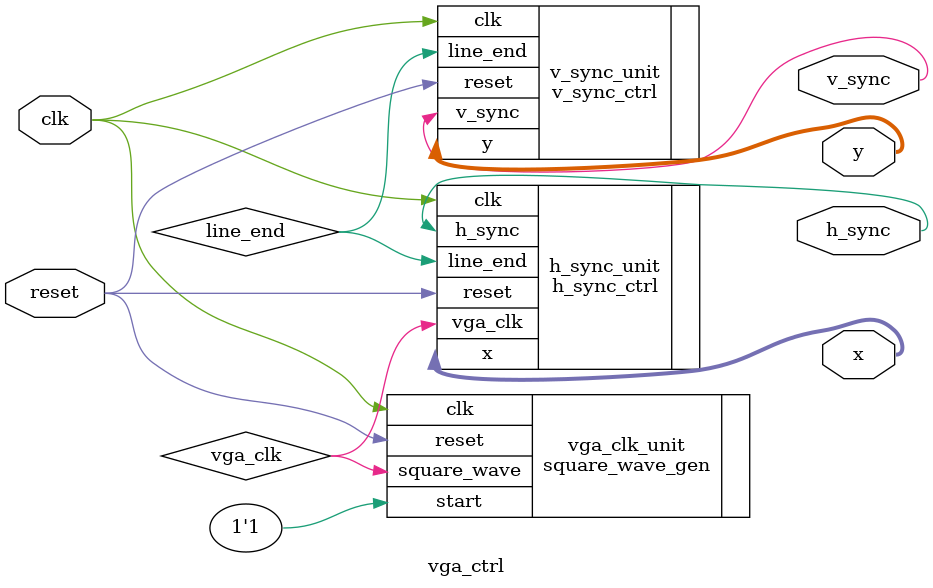
<source format=v>
`timescale 1ns / 1ps

module vga_ctrl #(parameter RESOLUTION_BITS = 4'd10, SYS_CLK_MHZ = 7'd100, 
									AV_X = 10'd640, H_SYNC_PULSE = 7'd95, H_FRONT_PORCH = 5'd25, H_BACK_PORCH = 6'd40, 
									AV_Y = 10'd480, V_SYNC_PULSE = 3'd2, V_FRONT_PORCH = 4'd10, V_BACK_PORCH = 5'd29)
									
									
	(
		input clk, reset, 
		output h_sync, v_sync,
		output [RESOLUTION_BITS - 1'b1: 0] x,y
   );
	
	
square_wave_gen vga_clk_unit (
    .clk(clk), 
    .reset(reset), 
    .start(1'b1),
    .square_wave(vga_clk)
    );


//wire LineEnd;
// Instantiate the module
h_sync_ctrl #(.AV_X(AV_X),.H_SYNC_PULSE(H_SYNC_PULSE),.H_FRONT_PORCH(H_FRONT_PORCH),.H_BACK_PORCH(H_BACK_PORCH))
h_sync_unit (
		.clk(clk),
    .vga_clk(vga_clk), 
    .reset(reset),
    .line_end(line_end),
	 .h_sync(h_sync),
	.x(x)
    );


// Instantiate the module
v_sync_ctrl #(.AV_Y(AV_Y),.V_SYNC_PULSE(V_SYNC_PULSE),.V_FRONT_PORCH(V_FRONT_PORCH),.V_BACK_PORCH(V_BACK_PORCH))
v_sync_unit 
	(
			 .clk(clk), 
			 .reset(reset), 
			 .line_end(line_end), 
			 .v_sync(v_sync), 
			.y(y)
	);




endmodule


</source>
